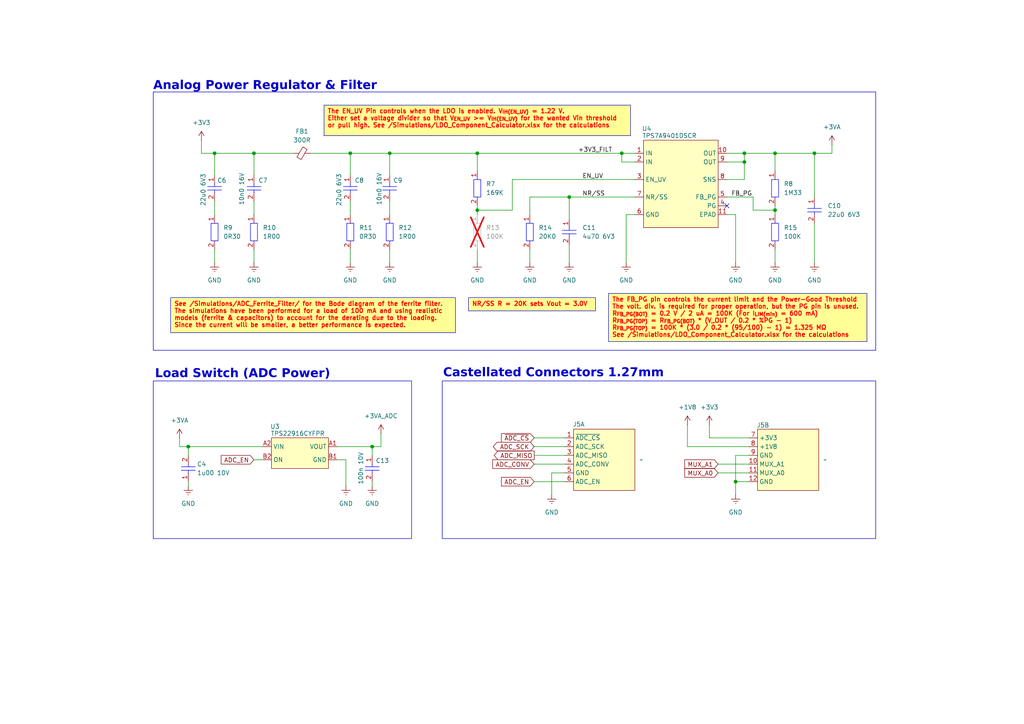
<source format=kicad_sch>
(kicad_sch (version 20231120) (generator "eeschema") (generator_version "8.0")
  (paper "A4")
  (title_block (title "[1] Power Regulation & Connectors") (rev "1.0") (company "Embedded Systems Laboratory - EPFL") (comment 1 "Author: José Angel Miranda Calero") (comment 2 "Author: Juan Sapriza") (comment 3 "Author: Alejandro López Rodriguez"))
  (lib_symbols
    (symbol "X-MODs_SchLib:ADC_Board_Castellated_Conn_1.27mm" (in_bom no)
      (property "Reference" "J" (at 0.508 1.778 0))
      (symbol "ADC_Board_Castellated_Conn_1.27mm_1_1"
        (rectangle (start 0 0) (end 17.78 -17.78) (stroke (width 0) (color 128 0 0 1)) (fill (type background)))
        (pin passive line (at -2.54 -2.54 0) (length 2.54) (name "~{ADC_CS}") (number "1"))
        (pin passive line (at -2.54 -5.08 0) (length 2.54) (name "ADC_SCK") (number "2"))
        (pin passive line (at -2.54 -7.62 0) (length 2.54) (name "ADC_MISO") (number "3"))
        (pin passive line (at -2.54 -10.16 0) (length 2.54) (name "ADC_CONV") (number "4"))
        (pin passive line (at -2.54 -12.7 0) (length 2.54) (name "GND") (number "5"))
        (pin passive line (at -2.54 -15.24 0) (length 2.54) (name "ADC_EN") (number "6"))
      )
      (symbol "ADC_Board_Castellated_Conn_1.27mm_2_1"
        (rectangle (start 0 0) (end 17.78 -17.78) (stroke (width 0) (color 128 0 0 1)) (fill (type background)))
        (pin passive line (at -2.54 -10.16 0) (length 2.54) (name "MUX_A1") (number "10"))
        (pin passive line (at -2.54 -12.7 0) (length 2.54) (name "MUX_A0") (number "11"))
        (pin passive line (at -2.54 -15.24 0) (length 2.54) (name "GND") (number "12"))
        (pin passive line (at -2.54 -2.54 0) (length 2.54) (name "+3V3") (number "7"))
        (pin passive line (at -2.54 -5.08 0) (length 2.54) (name "+1V8") (number "8"))
        (pin passive line (at -2.54 -7.62 0) (length 2.54) (name "GND") (number "9"))
      )
    )
    (symbol "X-MODs_SchLib:C0402C105K8PACTU"
      (property "Reference" "C" (at -4.064 5.588 0))
      (property "Value" "1u00 10V" (at -4.064 3.302 0))
      (symbol "C0402C105K8PACTU_1_1"
        (polyline (pts (xy -1.27 0) (xy -0.508 0)) (stroke (width 0) (color 0 0 255 1)))
        (polyline (pts (xy -0.508 2.032) (xy -0.508 -2.032)) (stroke (width 0) (color 0 0 255 1)))
        (polyline (pts (xy 0.508 2.032) (xy 0.508 -2.032)) (stroke (width 0) (color 0 0 255 1)))
        (polyline (pts (xy 1.27 0) (xy 0.508 0)) (stroke (width 0) (color 0 0 255 1)))
        (pin passive line (at -3.81 0 0) (length 2.54) (name "") (number "1"))
        (pin passive line (at 3.81 0 180) (length 2.54) (name "") (number "2"))
      )
    )
    (symbol "X-MODs_SchLib:CL05A226MQ5CUN"
      (property "Reference" "C" (at -4.064 5.588 0))
      (property "Value" "22u0 6V3" (at -4.064 3.302 0))
      (symbol "CL05A226MQ5CUN_1_1"
        (polyline (pts (xy -1.27 0) (xy -0.508 0)) (stroke (width 0) (color 0 0 255 1)))
        (polyline (pts (xy -0.508 2.032) (xy -0.508 -2.032)) (stroke (width 0) (color 0 0 255 1)))
        (polyline (pts (xy 0.508 2.032) (xy 0.508 -2.032)) (stroke (width 0) (color 0 0 255 1)))
        (polyline (pts (xy 1.27 0) (xy 0.508 0)) (stroke (width 0) (color 0 0 255 1)))
        (pin passive line (at -3.81 0 0) (length 2.54) (name "") (number "1"))
        (pin passive line (at 3.81 0 180) (length 2.54) (name "") (number "2"))
      )
    )
    (symbol "X-MODs_SchLib:CL05B103JO5NNWC "
      (property "Reference" "C" (at -4.064 5.588 0))
      (property "Value" "10n0 16V" (at -4.064 3.302 0))
      (symbol "CL05B103JO5NNWC _1_1"
        (polyline (pts (xy -1.27 0) (xy -0.508 0)) (stroke (width 0) (color 0 0 255 1)))
        (polyline (pts (xy -0.508 2.032) (xy -0.508 -2.032)) (stroke (width 0) (color 0 0 255 1)))
        (polyline (pts (xy 0.508 2.032) (xy 0.508 -2.032)) (stroke (width 0) (color 0 0 255 1)))
        (polyline (pts (xy 1.27 0) (xy 0.508 0)) (stroke (width 0) (color 0 0 255 1)))
        (pin passive line (at -3.81 0 0) (length 2.54) (name "") (number "1"))
        (pin passive line (at 3.81 0 180) (length 2.54) (name "") (number "2"))
      )
    )
    (symbol "X-MODs_SchLib:CRCW0402100KFKEDC"
      (property "Reference" "R" (at -4.064 5.588 0))
      (property "Value" "100K" (at -4.064 3.302 0))
      (symbol "CRCW0402100KFKEDC_0_1"
        (rectangle (start -2.54 1.016) (end 2.54 -1.016) (stroke (width 0) (color 0 0 255 1)))
      )
      (symbol "CRCW0402100KFKEDC_1_1"
        (pin passive line (at -5.08 0 0) (length 2.54) (name "") (number "1"))
        (pin passive line (at 5.08 0 180) (length 2.54) (name "") (number "2"))
      )
    )
    (symbol "X-MODs_SchLib:CRCW0402169KFKTD "
      (property "Reference" "R" (at -4.064 5.588 0))
      (property "Value" "169K" (at -4.064 3.302 0))
      (symbol "CRCW0402169KFKTD _0_1"
        (rectangle (start -2.54 1.016) (end 2.54 -1.016) (stroke (width 0) (color 0 0 255 1)))
      )
      (symbol "CRCW0402169KFKTD _1_1"
        (pin passive line (at -5.08 0 0) (length 2.54) (name "") (number "1"))
        (pin passive line (at 5.08 0 180) (length 2.54) (name "") (number "2"))
      )
    )
    (symbol "X-MODs_SchLib:CRCW04021M33FKED "
      (property "Reference" "R" (at -4.064 5.588 0))
      (property "Value" "1M33" (at -4.064 3.302 0))
      (symbol "CRCW04021M33FKED _0_1"
        (rectangle (start -2.54 1.016) (end 2.54 -1.016) (stroke (width 0) (color 0 0 255 1)))
      )
      (symbol "CRCW04021M33FKED _1_1"
        (pin passive line (at -5.08 0 0) (length 2.54) (name "") (number "1"))
        (pin passive line (at 5.08 0 180) (length 2.54) (name "") (number "2"))
      )
    )
    (symbol "X-MODs_SchLib:CRCW04021R00FKEDHP"
      (property "Reference" "R" (at -4.064 5.588 0))
      (property "Value" "1R00" (at -4.064 3.302 0))
      (symbol "CRCW04021R00FKEDHP_0_1"
        (rectangle (start -2.54 1.016) (end 2.54 -1.016) (stroke (width 0) (color 0 0 255 1)))
      )
      (symbol "CRCW04021R00FKEDHP_1_1"
        (pin passive line (at -5.08 0 0) (length 2.54) (name "") (number "1"))
        (pin passive line (at 5.08 0 180) (length 2.54) (name "") (number "2"))
      )
    )
    (symbol "X-MODs_SchLib:CRCW040220K0FKED"
      (property "Reference" "R" (at -4.064 5.588 0))
      (property "Value" "20K0" (at -4.064 3.302 0))
      (symbol "CRCW040220K0FKED_0_1"
        (rectangle (start -2.54 1.016) (end 2.54 -1.016) (stroke (width 0) (color 0 0 255 1)))
      )
      (symbol "CRCW040220K0FKED_1_1"
        (pin passive line (at -5.08 0 0) (length 2.54) (name "") (number "1"))
        (pin passive line (at 5.08 0 180) (length 2.54) (name "") (number "2"))
      )
    )
    (symbol "X-MODs_SchLib:ERJ-2BQJR30X"
      (property "Reference" "R" (at -4.064 5.588 0))
      (property "Value" "0R30" (at -4.064 3.302 0))
      (symbol "ERJ-2BQJR30X_0_1"
        (rectangle (start -2.54 1.016) (end 2.54 -1.016) (stroke (width 0) (color 0 0 255 1)))
      )
      (symbol "ERJ-2BQJR30X_1_1"
        (pin passive line (at -5.08 0 0) (length 2.54) (name "") (number "1"))
        (pin passive line (at 5.08 0 180) (length 2.54) (name "") (number "2"))
      )
    )
    (symbol "X-MODs_SchLib:GRM155R71A104JA01D"
      (property "Reference" "C" (at -4.826 5.588 0))
      (property "Value" "100n 10V" (at -4.826 3.302 0))
      (symbol "GRM155R71A104JA01D_1_1"
        (polyline (pts (xy -1.27 0) (xy -0.508 0)) (stroke (width 0) (color 0 0 255 1)))
        (polyline (pts (xy -0.508 2.032) (xy -0.508 -2.032)) (stroke (width 0) (color 0 0 255 1)))
        (polyline (pts (xy 0.508 2.032) (xy 0.508 -2.032)) (stroke (width 0) (color 0 0 255 1)))
        (polyline (pts (xy 1.27 0) (xy 0.508 0)) (stroke (width 0) (color 0 0 255 1)))
        (pin passive line (at -3.81 0 0) (length 2.54) (name "") (number "1"))
        (pin passive line (at 3.81 0 180) (length 2.54) (name "") (number "2"))
      )
    )
    (symbol "X-MODs_SchLib:LI0402B301R-10" (pin_numbers hide) (pin_names (offset 0))
      (property "Reference" "FB" (at -0.254 5.461 0))
      (property "Value" "300R" (at -0.254 2.921 0))
      (symbol "LI0402B301R-10_0_1"
        (polyline (pts (xy 1.651 0) (xy 1.2446 0)))
        (polyline (pts (xy 3.81 0) (xy 3.3274 0)))
        (polyline (pts (xy 2.2606 -1.8288) (xy 1.0414 -1.1176) (xy 2.7432 1.8288) (xy 3.9624 1.1176) (xy 2.2606 -1.8288)))
      )
      (symbol "LI0402B301R-10_1_1"
        (pin passive line (at 0 0 0) (length 1.27) (name "~") (number "1"))
        (pin passive line (at 5.08 0 180) (length 1.27) (name "~") (number "2"))
      )
    )
    (symbol "X-MODs_SchLib:MSASJ105BB5475MFNA01"
      (property "Reference" "C" (at -4.064 5.588 0))
      (property "Value" "4u70 6V3" (at -4.064 3.302 0))
      (symbol "MSASJ105BB5475MFNA01_1_1"
        (polyline (pts (xy -1.27 0) (xy -0.508 0)) (stroke (width 0) (color 0 0 255 1)))
        (polyline (pts (xy -0.508 2.032) (xy -0.508 -2.032)) (stroke (width 0) (color 0 0 255 1)))
        (polyline (pts (xy 0.508 2.032) (xy 0.508 -2.032)) (stroke (width 0) (color 0 0 255 1)))
        (polyline (pts (xy 1.27 0) (xy 0.508 0)) (stroke (width 0) (color 0 0 255 1)))
        (pin passive line (at -3.81 0 0) (length 2.54) (name "") (number "1"))
        (pin passive line (at 3.81 0 180) (length 2.54) (name "") (number "2"))
      )
    )
    (symbol "X-MODs_SchLib:TPS22916CYFPR"
      (property "Reference" "U" (at -0.254 2.794 0))
      (property "Value" "TPS22916CYFPR" (at -0.254 1.016 0))
      (symbol "TPS22916CYFPR_0_1"
        (rectangle (start 0 0) (end 16.51 -8.89) (stroke (width 0) (color 128 0 0 1)) (fill (type background)))
      )
      (symbol "TPS22916CYFPR_1_1"
        (pin passive line (at 19.05 -2.54 180) (length 2.54) (name "VOUT") (number "A1"))
        (pin passive line (at -2.54 -2.54 0) (length 2.54) (name "VIN") (number "A2"))
        (pin passive line (at 19.05 -6.35 180) (length 2.54) (name "GND") (number "B1"))
        (pin passive line (at -2.54 -6.35 0) (length 2.54) (name "ON") (number "B2"))
      )
    )
    (symbol "X-MODs_SchLib:TPS7A9401DSCR"
      (property "Reference" "U" (at -0.254 2.794 0))
      (property "Value" "TPS7A9401DSCR " (at -0.254 1.016 0))
      (symbol "TPS7A9401DSCR_0_1"
        (rectangle (start 0 0) (end 21.59 -25.4) (stroke (width 0) (color 128 0 0 1)) (fill (type background)))
      )
      (symbol "TPS7A9401DSCR_1_1"
        (pin passive line (at -2.54 -3.81 0) (length 2.54) (name "IN") (number "1"))
        (pin passive line (at 24.13 -3.81 180) (length 2.54) (name "OUT") (number "10"))
        (pin passive line (at 24.13 -21.59 180) (length 2.54) (name "EPAD") (number "11"))
        (pin passive line (at -2.54 -6.35 0) (length 2.54) (name "IN") (number "2"))
        (pin passive line (at -2.54 -11.43 0) (length 2.54) (name "EN_UV") (number "3"))
        (pin passive line (at 24.13 -19.05 180) (length 2.54) (name "PG") (number "4"))
        (pin passive line (at 24.13 -16.51 180) (length 2.54) (name "FB_PG") (number "5"))
        (pin passive line (at -2.54 -21.59 0) (length 2.54) (name "GND") (number "6"))
        (pin passive line (at -2.54 -16.51 0) (length 2.54) (name "NR/SS") (number "7"))
        (pin passive line (at 24.13 -11.43 180) (length 2.54) (name "SNS") (number "8"))
        (pin passive line (at 24.13 -6.35 180) (length 2.54) (name "OUT") (number "9"))
      )
    )
    (symbol "power:+3.3VA" (power) (pin_numbers hide) (pin_names (offset 0) hide)
      (property "Value" "+3.3VA" (at 0 3.556 0))
      (symbol "+3.3VA_0_1"
        (polyline (pts (xy -0.762 1.27) (xy 0 2.54)))
        (polyline (pts (xy 0 0) (xy 0 2.54)))
        (polyline (pts (xy 0 2.54) (xy 0.762 1.27)))
      )
      (symbol "+3.3VA_1_1"
        (pin power_in line (at 0 0 90) (length 0) (name "~") (number "1"))
      )
    )
    (symbol "power:Earth" (power) (pin_numbers hide) (pin_names (offset 0) hide)
      (property "Value" "Earth" (at 0 -3.81 0))
      (symbol "Earth_0_1"
        (polyline (pts (xy -0.635 -1.905) (xy 0.635 -1.905)))
        (polyline (pts (xy -0.127 -2.54) (xy 0.127 -2.54)))
        (polyline (pts (xy 0 -1.27) (xy 0 0)))
        (polyline (pts (xy 1.27 -1.27) (xy -1.27 -1.27)))
      )
      (symbol "Earth_1_1"
        (pin power_in line (at 0 0 270) (length 0) (name "~") (number "1"))
      )
    )
  )
  (junction (at 107.95 129.54))
  (junction (at 54.61 129.54))
  (junction (at 113.03 44.45))
  (junction (at 165.1 57.15))
  (junction (at 101.6 44.45))
  (junction (at 73.66 44.45))
  (junction (at 138.43 60.96))
  (junction (at 224.79 44.45))
  (junction (at 215.9 46.99))
  (junction (at 213.36 139.7))
  (junction (at 236.22 44.45))
  (junction (at 215.9 44.45))
  (junction (at 138.43 44.45))
  (junction (at 62.23 44.45))
  (junction (at 224.79 60.96))
  (junction (at 180.34 44.45))
  (no_connect (at 210.82 59.69))
  (wire (pts (xy 213.36 139.7) (xy 213.36 143.51)))
  (wire (pts (xy 210.82 44.45) (xy 215.9 44.45)))
  (wire (pts (xy 184.15 46.99) (xy 180.34 46.99)))
  (wire (pts (xy 199.39 123.19) (xy 199.39 129.54)))
  (wire (pts (xy 54.61 129.54) (xy 54.61 132.08)))
  (wire (pts (xy 58.42 40.64) (xy 58.42 44.45)))
  (wire (pts (xy 217.17 127) (xy 205.74 127)))
  (wire (pts (xy 181.61 62.23) (xy 184.15 62.23)))
  (wire (pts (xy 100.33 140.97) (xy 100.33 133.35)))
  (wire (pts (xy 210.82 62.23) (xy 213.36 62.23)))
  (wire (pts (xy 218.44 57.15) (xy 218.44 60.96)))
  (wire (pts (xy 153.67 62.23) (xy 153.67 57.15)))
  (wire (pts (xy 210.82 52.07) (xy 215.9 52.07)))
  (wire (pts (xy 180.34 46.99) (xy 180.34 44.45)))
  (wire (pts (xy 210.82 57.15) (xy 218.44 57.15)))
  (wire (pts (xy 215.9 52.07) (xy 215.9 46.99)))
  (wire (pts (xy 224.79 44.45) (xy 236.22 44.45)))
  (wire (pts (xy 62.23 72.39) (xy 62.23 76.2)))
  (wire (pts (xy 217.17 129.54) (xy 199.39 129.54)))
  (wire (pts (xy 52.07 127) (xy 52.07 129.54)))
  (wire (pts (xy 153.67 72.39) (xy 153.67 76.2)))
  (wire (pts (xy 73.66 72.39) (xy 73.66 76.2)))
  (wire (pts (xy 148.59 52.07) (xy 184.15 52.07)))
  (wire (pts (xy 148.59 60.96) (xy 138.43 60.96)))
  (wire (pts (xy 218.44 60.96) (xy 224.79 60.96)))
  (wire (pts (xy 110.49 125.73) (xy 110.49 129.54)))
  (wire (pts (xy 160.02 143.51) (xy 160.02 137.16)))
  (wire (pts (xy 154.94 129.54) (xy 163.83 129.54)))
  (wire (pts (xy 113.03 72.39) (xy 113.03 76.2)))
  (wire (pts (xy 107.95 129.54) (xy 97.79 129.54)))
  (wire (pts (xy 213.36 132.08) (xy 213.36 139.7)))
  (wire (pts (xy 165.1 71.12) (xy 165.1 76.2)))
  (wire (pts (xy 215.9 44.45) (xy 224.79 44.45)))
  (wire (pts (xy 208.28 134.62) (xy 217.17 134.62)))
  (wire (pts (xy 215.9 44.45) (xy 215.9 46.99)))
  (wire (pts (xy 138.43 44.45) (xy 180.34 44.45)))
  (wire (pts (xy 224.79 49.53) (xy 224.79 44.45)))
  (wire (pts (xy 107.95 129.54) (xy 107.95 132.08)))
  (wire (pts (xy 241.3 41.91) (xy 241.3 44.45)))
  (wire (pts (xy 101.6 44.45) (xy 113.03 44.45)))
  (wire (pts (xy 138.43 60.96) (xy 138.43 62.23)))
  (wire (pts (xy 138.43 49.53) (xy 138.43 44.45)))
  (wire (pts (xy 113.03 44.45) (xy 113.03 50.8)))
  (wire (pts (xy 138.43 72.39) (xy 138.43 76.2)))
  (wire (pts (xy 138.43 59.69) (xy 138.43 60.96)))
  (wire (pts (xy 107.95 139.7) (xy 107.95 140.97)))
  (wire (pts (xy 113.03 58.42) (xy 113.03 62.23)))
  (wire (pts (xy 73.66 133.35) (xy 76.2 133.35)))
  (wire (pts (xy 73.66 58.42) (xy 73.66 62.23)))
  (wire (pts (xy 213.36 62.23) (xy 213.36 76.2)))
  (wire (pts (xy 101.6 58.42) (xy 101.6 62.23)))
  (wire (pts (xy 236.22 76.2) (xy 236.22 64.77)))
  (wire (pts (xy 184.15 44.45) (xy 180.34 44.45)))
  (wire (pts (xy 73.66 44.45) (xy 85.09 44.45)))
  (wire (pts (xy 113.03 44.45) (xy 138.43 44.45)))
  (wire (pts (xy 224.79 60.96) (xy 224.79 62.23)))
  (wire (pts (xy 215.9 46.99) (xy 210.82 46.99)))
  (wire (pts (xy 205.74 127) (xy 205.74 123.19)))
  (wire (pts (xy 73.66 44.45) (xy 62.23 44.45)))
  (wire (pts (xy 208.28 137.16) (xy 217.17 137.16)))
  (wire (pts (xy 241.3 44.45) (xy 236.22 44.45)))
  (wire (pts (xy 154.94 132.08) (xy 163.83 132.08)))
  (wire (pts (xy 224.79 59.69) (xy 224.79 60.96)))
  (wire (pts (xy 62.23 44.45) (xy 62.23 50.8)))
  (wire (pts (xy 73.66 44.45) (xy 73.66 50.8)))
  (wire (pts (xy 110.49 129.54) (xy 107.95 129.54)))
  (wire (pts (xy 165.1 57.15) (xy 165.1 63.5)))
  (wire (pts (xy 154.94 127) (xy 163.83 127)))
  (wire (pts (xy 101.6 44.45) (xy 101.6 50.8)))
  (wire (pts (xy 224.79 72.39) (xy 224.79 76.2)))
  (wire (pts (xy 154.94 134.62) (xy 163.83 134.62)))
  (wire (pts (xy 217.17 132.08) (xy 213.36 132.08)))
  (wire (pts (xy 62.23 58.42) (xy 62.23 62.23)))
  (wire (pts (xy 153.67 57.15) (xy 165.1 57.15)))
  (wire (pts (xy 100.33 133.35) (xy 97.79 133.35)))
  (wire (pts (xy 54.61 129.54) (xy 76.2 129.54)))
  (wire (pts (xy 52.07 129.54) (xy 54.61 129.54)))
  (wire (pts (xy 181.61 62.23) (xy 181.61 76.2)))
  (wire (pts (xy 62.23 44.45) (xy 58.42 44.45)))
  (wire (pts (xy 213.36 139.7) (xy 217.17 139.7)))
  (wire (pts (xy 148.59 52.07) (xy 148.59 60.96)))
  (wire (pts (xy 54.61 139.7) (xy 54.61 140.97)))
  (wire (pts (xy 154.94 139.7) (xy 163.83 139.7)))
  (wire (pts (xy 236.22 57.15) (xy 236.22 44.45)))
  (wire (pts (xy 165.1 57.15) (xy 184.15 57.15)))
  (wire (pts (xy 90.17 44.45) (xy 101.6 44.45)))
  (wire (pts (xy 160.02 137.16) (xy 163.83 137.16)))
  (wire (pts (xy 101.6 72.39) (xy 101.6 76.2)))
  (rectangle (start 44.45 26.67) (end 254 101.6))
  (rectangle (start 128.27 110.49) (end 254 156.21))
  (rectangle (start 44.45 110.49) (end 119.38 156.21))
  (text_box "The FB_PG pin controls the current limit and the Power-Good Threshold\nThe volt. div. is required for proper operation, but the PG pin is unused.\nR_{FB_PG(BOT)} = 0.2 V / 2 uA = 100K (For I_{LIM(min)} = 600 mA) \nR_{FB_PG(TOP)} = R_{FB_PG(BOT)} * (V_OUT / 0.2 * %PG - 1) \nR_{FB_PG(TOP)} = 100K * (3.0 / 0.2 * (95/100) - 1) = 1.325 MΩ\nSee /Simulations/LDO_Component_Calculator.xlsx for the calculations " (at 176.53 85.09 0) (size 74.93 13.97) (fill (type color) (color 255 255 150 1)) (effects (font (size 1.27 1.27) (thickness 0.254) (bold yes)) (justify left top)))
  (text_box "The EN_UV Pin controls when the LDO is enabled. V_{IH(EN_UV)} = 1.22 V.\nEither set a voltage divider so that V_{EN_UV} >= V_{IH(EN_UV)} for the wanted Vin threshold\nor pull high. See /Simulations/LDO_Component_Calculator.xlsx for the calculations" (at 93.98 30.48 0) (size 88.9 8.89) (fill (type color) (color 255 255 150 1)) (effects (font (size 1.27 1.27) (thickness 0.254) (bold yes)) (justify left top)))
  (text_box "NR/SS R = 20K sets Vout = 3.0V" (at 135.89 86.36 0) (size 36.83 3.81) (fill (type color) (color 255 255 150 1)) (effects (font (size 1.27 1.27) (thickness 0.254) (bold yes)) (justify left top)))
  (text_box "See /Simulations/ADC_Ferrite_Filter/ for the Bode diagram of the ferrite filter. \nThe simulations have been performed for a load of 100 mA and using realistic \nmodels (ferrite & capacitors) to account for the derating due to the loading. \nSince the current will be smaller, a better performance is expected." (at 49.53 86.36 0) (size 82.55 10.16) (fill (type color) (color 255 255 150 1)) (effects (font (size 1.27 1.27) (thickness 0.254) (bold yes)) (justify left top)))
  (text "Load Switch (ADC Power)" (at 44.958 109.22 0) (effects (font (size 2.54 2.54) (thickness 0.254) (bold yes) (italic yes)) (justify left)))
  (text "Analog Power Regulator & Filter" (at 44.45 25.654 0) (effects (font (size 2.54 2.54) (thickness 0.254) (bold yes) (italic yes)) (justify left)))
  (text "Castellated Connectors 1.27mm" (at 128.524 108.966 0) (effects (font (size 2.54 2.54) (thickness 0.254) (bold yes) (italic yes)) (justify left)))
  (label "+3V3_FILT" (at 167.64 44.45 0))
  (label "NR{slash}SS" (at 168.91 57.15 0))
  (label "FB_PG" (at 212.09 57.15 0))
  (label "EN_UV" (at 168.91 52.07 0))
  (global_label "ADC_SCK" (shape bidirectional) (at 154.94 129.54 180) (property "Intersheetrefs" "${INTERSHEET_REFS}" (effects (hide yes))))
  (global_label "~{ADC_CS}" (shape input) (at 154.94 127 180) (property "Intersheetrefs" "${INTERSHEET_REFS}" (effects (hide yes))))
  (global_label "ADC_EN" (shape input) (at 154.94 139.7 180) (property "Intersheetrefs" "${INTERSHEET_REFS}" (effects (hide yes))))
  (global_label "MUX_A0" (shape input) (at 208.28 137.16 180) (property "Intersheetrefs" "${INTERSHEET_REFS}" (effects (hide yes))))
  (global_label "MUX_A1" (shape input) (at 208.28 134.62 180) (property "Intersheetrefs" "${INTERSHEET_REFS}" (effects (hide yes))))
  (global_label "ADC_EN" (shape input) (at 73.66 133.35 180) (property "Intersheetrefs" "${INTERSHEET_REFS}" (effects (hide yes))))
  (global_label "ADC_MISO" (shape output) (at 154.94 132.08 180) (property "Intersheetrefs" "${INTERSHEET_REFS}" (effects (hide yes))))
  (global_label "ADC_CONV" (shape input) (at 154.94 134.62 180) (property "Intersheetrefs" "${INTERSHEET_REFS}" (effects (hide yes))))
  (symbol (lib_id "power:Earth") (at 165.1 76.2 0) (unit 1)
    (property "Reference" "#PWR026" (effects (hide yes)))
    (property "Value" "GND" (at 165.1 81.28 0))
    (property "Description" "Power symbol creates a global label with name \"Earth\"" (effects (hide yes)))
  )
  (symbol (lib_id "X-MODs_SchLib:TPS22916CYFPR") (at 78.74 127 0) (unit 1)
    (property "Reference" "U3" (at 79.756 123.698 0))
    (property "Value" "TPS22916CYFPR" (at 86.36 125.73 0))
    (property "Footprint" "X-MODs_PcbLib:DSBGA-4_0.74x0.74mm" (effects (hide yes)))
    (property "Datasheet" "https://www.ti.com/lit/gpn/tps22916" (effects (hide yes)))
    (property "Description" "Power Switch ICs - Power Distribution 5.5-V, 2-A, 60-mohm, 10-nA leakage load switch with output discharge 4-DSBGA -40 to 85" (effects (hide yes)))
    (property "MPN" "TPS22916CYFPR" (effects (hide yes)))
  )
  (symbol (lib_id "X-MODs_SchLib:GRM155R71A104JA01D") (at 107.95 135.89 270) (unit 1)
    (property "Reference" "C13" (at 108.966 133.604 90) (effects (justify left)))
    (property "Value" "100n 10V" (at 104.648 131.064 0) (effects (justify left)))
    (property "Footprint" "X-MODs_PcbLib:C0402" (effects (hide yes)))
    (property "Datasheet" "https://www.mouser.es/datasheet/2/281/1/GRM155R71A104JA01_01A-1984196.pdf" (effects (hide yes)))
    (property "Description" "Multilayer Ceramic Capacitors MLCC - SMD/SMT 0.1 uF 10 VDC 5% 0402 X7R" (effects (hide yes)))
    (property "MPN" "GRM155R71A104JA01D" (effects (hide yes)))
  )
  (symbol (lib_id "X-MODs_SchLib:CL05A226MQ5CUN") (at 236.22 60.96 270) (unit 1)
    (property "Reference" "C10" (at 240.03 59.6899 90) (effects (justify left)))
    (property "Value" "22u0 6V3" (at 240.03 62.2299 90) (effects (justify left)))
    (property "Footprint" "X-MODs_PcbLib:C0402" (effects (hide yes)))
    (property "Datasheet" "https://www.mouser.es/datasheet/2/585/Samsung_7_14_2022_CL05A226MQ5QUN_Specsheet-3000115.pdf" (effects (hide yes)))
    (property "Description" "Multilayer Ceramic Capacitors MLCC - SMD/SMT 0402, X5R, 22uF, +/-20%" (effects (hide yes)))
    (property "MPN" "CL05A226MQ5CUN" (effects (hide yes)))
  )
  (symbol (lib_id "power:Earth") (at 138.43 76.2 0) (unit 1)
    (property "Reference" "#PWR024" (effects (hide yes)))
    (property "Value" "GND" (at 138.43 81.28 0))
    (property "Description" "Power symbol creates a global label with name \"Earth\"" (effects (hide yes)))
  )
  (symbol (lib_id "X-MODs_SchLib:MSASJ105BB5475MFNA01") (at 165.1 67.31 270) (unit 1)
    (property "Reference" "C11" (at 168.91 66.0399 90) (effects (justify left)))
    (property "Value" "4u70 6V3" (at 168.91 68.5799 90) (effects (justify left)))
    (property "Footprint" "X-MODs_PcbLib:C0402" (effects (hide yes)))
    (property "Datasheet" "https://www.mouser.es/datasheet/2/396/Tayio_Yuden_1102023_MS_mlcc_all_e-3081579.pdf" (effects (hide yes)))
    (property "Description" "Multilayer Ceramic Capacitors MLCC - SMD/SMT 6.3V 4.7uF X5R 0402 20%" (effects (hide yes)))
    (property "MPN" "MSASJ105BB5475MFNA01" (effects (hide yes)))
  )
  (symbol (lib_id "X-MODs_SchLib:CL05A226MQ5CUN") (at 101.6 54.61 270) (unit 1)
    (property "Reference" "C8" (at 102.87 52.324 90) (effects (justify left)))
    (property "Value" "22u0 6V3" (at 98.298 50.292 0) (effects (justify left)))
    (property "Footprint" "X-MODs_PcbLib:C0402" (effects (hide yes)))
    (property "Datasheet" "https://www.mouser.es/datasheet/2/585/Samsung_7_14_2022_CL05A226MQ5QUN_Specsheet-3000115.pdf" (effects (hide yes)))
    (property "Description" "Multilayer Ceramic Capacitors MLCC - SMD/SMT 0402, X5R, 22uF, +/-20%" (effects (hide yes)))
    (property "MPN" "CL05A226MQ5CUN" (effects (hide yes)))
  )
  (symbol (lib_id "X-MODs_SchLib:TPS7A9401DSCR") (at 186.69 40.64 0) (unit 1)
    (property "Reference" "U4" (at 187.579 37.338 0))
    (property "Value" "TPS7A9401DSCR" (at 194.183 39.37 0))
    (property "Footprint" "X-MODs_PcbLib:WSON-10-3.15x3.15mm" (effects (hide yes)))
    (property "Datasheet" "https://www.ti.com/lit/gpn/tps7a94" (effects (hide yes)))
    (property "Description" "LDO Voltage Regulators 1-A, ultra-low noise, ultra-high PSRR, RF voltage regulator 10-WSON -40 to 125" (effects (hide yes)))
    (property "MPN" "TPS7A9401DSCR" (effects (hide yes)))
  )
  (symbol (lib_id "X-MODs_SchLib:CRCW04021R00FKEDHP") (at 113.03 67.31 270) (unit 1)
    (property "Reference" "R12" (at 115.57 66.0399 90) (effects (justify left)))
    (property "Value" "1R00" (at 115.57 68.5799 90) (effects (justify left)))
    (property "Footprint" "X-MODs_PcbLib:R0402" (effects (hide yes)))
    (property "Datasheet" "https://www.vishay.com/doc?20043" (effects (hide yes)))
    (property "Description" "Thick Film Resistors 0.2W 1ohms 1% High Power AEC-Q200" (effects (hide yes)))
    (property "MPN" " CRCW04021R00FKEDHP " (effects (hide yes)))
  )
  (symbol (lib_id "X-MODs_SchLib:CRCW04021R00FKEDHP") (at 73.66 67.31 270) (unit 1)
    (property "Reference" "R10" (at 76.2 66.0399 90) (effects (justify left)))
    (property "Value" "1R00" (at 76.2 68.5799 90) (effects (justify left)))
    (property "Footprint" "X-MODs_PcbLib:R0402" (effects (hide yes)))
    (property "Datasheet" "https://www.vishay.com/doc?20043" (effects (hide yes)))
    (property "Description" "Thick Film Resistors 0.2W 1ohms 1% High Power AEC-Q200" (effects (hide yes)))
    (property "MPN" " CRCW04021R00FKEDHP " (effects (hide yes)))
  )
  (symbol (lib_id "X-MODs_SchLib:CL05A226MQ5CUN") (at 62.23 54.61 270) (unit 1)
    (property "Reference" "C6" (at 62.992 52.324 90) (effects (justify left)))
    (property "Value" "22u0 6V3" (at 58.928 50.292 0) (effects (justify left)))
    (property "Footprint" "X-MODs_PcbLib:C0402" (effects (hide yes)))
    (property "Datasheet" "https://www.mouser.es/datasheet/2/585/Samsung_7_14_2022_CL05A226MQ5QUN_Specsheet-3000115.pdf" (effects (hide yes)))
    (property "Description" "Multilayer Ceramic Capacitors MLCC - SMD/SMT 0402, X5R, 22uF, +/-20%" (effects (hide yes)))
    (property "MPN" "CL05A226MQ5CUN" (effects (hide yes)))
  )
  (symbol (lib_id "X-MODs_SchLib:ADC_Board_Castellated_Conn_1.27mm") (at 219.71 124.46 0) (unit 2) (in_bom no)
    (property "Reference" "J5" (at 219.456 123.3169 0) (effects (justify left)))
    (property "Value" "~" (at 238.76 133.35 0) (effects (justify left)))
    (property "Footprint" "X-MODs_PcbLib:ADC_Board_Castellated_Conn_1.27mm" (effects (hide yes)))
    (property "Description" "ADC_Board_Castellated_Conn_1.27mm" (effects (hide yes)))
  )
  (symbol (lib_id "power:Earth") (at 100.33 140.97 0) (unit 1)
    (property "Reference" "#PWR011" (effects (hide yes)))
    (property "Value" "GND" (at 100.33 146.05 0))
    (property "Description" "Power symbol creates a global label with name \"Earth\"" (effects (hide yes)))
  )
  (symbol (lib_id "power:Earth") (at 213.36 76.2 0) (unit 1)
    (property "Reference" "#PWR019" (effects (hide yes)))
    (property "Value" "GND" (at 213.36 81.28 0))
    (property "Description" "Power symbol creates a global label with name \"Earth\"" (effects (hide yes)))
  )
  (symbol (lib_id "power:Earth") (at 181.61 76.2 0) (unit 1)
    (property "Reference" "#PWR027" (effects (hide yes)))
    (property "Value" "GND" (at 181.61 81.28 0))
    (property "Description" "Power symbol creates a global label with name \"Earth\"" (effects (hide yes)))
  )
  (symbol (lib_id "power:Earth") (at 213.36 143.51 0) (unit 1)
    (property "Reference" "#PWR013" (effects (hide yes)))
    (property "Value" "GND" (at 213.36 148.59 0))
    (property "Description" "Power symbol creates a global label with name \"Earth\"" (effects (hide yes)))
  )
  (symbol (lib_id "power:+3.3VA") (at 199.39 123.19 0) (unit 1)
    (property "Reference" "#PWR06" (effects (hide yes)))
    (property "Value" "+1V8" (at 199.39 118.11 0))
    (property "Description" "Power symbol creates a global label with name \"+3.3VA\"" (effects (hide yes)))
  )
  (symbol (lib_id "power:Earth") (at 73.66 76.2 0) (unit 1)
    (property "Reference" "#PWR021" (effects (hide yes)))
    (property "Value" "GND" (at 73.66 81.28 0))
    (property "Description" "Power symbol creates a global label with name \"Earth\"" (effects (hide yes)))
  )
  (symbol (lib_id "power:Earth") (at 62.23 76.2 0) (unit 1)
    (property "Reference" "#PWR020" (effects (hide yes)))
    (property "Value" "GND" (at 62.23 81.28 0))
    (property "Description" "Power symbol creates a global label with name \"Earth\"" (effects (hide yes)))
  )
  (symbol (lib_id "X-MODs_SchLib:CL05B103JO5NNWC ") (at 73.66 54.61 270) (unit 1)
    (property "Reference" "C7" (at 74.93 52.324 90) (effects (justify left)))
    (property "Value" "10n0 16V" (at 70.104 50.038 0) (effects (justify left)))
    (property "Footprint" "X-MODs_PcbLib:C0402" (effects (hide yes)))
    (property "Datasheet" "https://www.mouser.es/datasheet/2/585/Samsung_MLCC_1837944-1929650.pdf" (effects (hide yes)))
    (property "Description" "Multilayer Ceramic Capacitors MLCC - SMD/SMT 10nX7R +/-5% 16v 040 0402" (effects (hide yes)))
    (property "MPN" "CL05B103JO5NNWC " (effects (hide yes)))
  )
  (symbol (lib_id "X-MODs_SchLib:C0402C105K8PACTU") (at 54.61 135.89 90) (unit 1)
    (property "Reference" "C4" (at 57.15 134.62 90) (effects (justify right)))
    (property "Value" "1u00 10V" (at 57.15 137.16 90) (effects (justify right)))
    (property "Footprint" "X-MODs_PcbLib:C0402" (effects (hide yes)))
    (property "Datasheet" "https://www.mouser.es/datasheet/2/447/KEM_C1006_X5R_SMD-3316465.pdf" (effects (hide yes)))
    (property "Description" "Multilayer Ceramic Capacitors MLCC - SMD/SMT 10V 1uF X5R 0402 10%" (effects (hide yes)))
    (property "MPN" "C0402C105K8PACTU" (effects (hide yes)))
  )
  (symbol (lib_id "X-MODs_SchLib:ERJ-2BQJR30X") (at 101.6 67.31 270) (unit 1)
    (property "Reference" "R11" (at 104.14 66.0399 90) (effects (justify left)))
    (property "Value" "0R30" (at 104.14 68.5799 90) (effects (justify left)))
    (property "Footprint" "X-MODs_PcbLib:R0402" (effects (hide yes)))
    (property "Datasheet" "https://www.mouser.es/datasheet/2/315/AOA0000C313-1141758.pdf" (effects (hide yes)))
    (property "Description" "Current Sense Resistors - SMD 0402 0.3ohm 5% Curr Sense AEC-Q200" (effects (hide yes)))
    (property "MPN" " ERJ-2BQJR30X " (effects (hide yes)))
  )
  (symbol (lib_id "power:+3.3VA") (at 52.07 127 0) (unit 1)
    (property "Reference" "#PWR08" (effects (hide yes)))
    (property "Value" "+3VA" (at 52.07 121.92 0))
    (property "Description" "Power symbol creates a global label with name \"+3.3VA\"" (effects (hide yes)))
  )
  (symbol (lib_id "X-MODs_SchLib:CRCW0402100KFKEDC") (at 224.79 67.31 270) (unit 1)
    (property "Reference" "R15" (at 227.33 66.0399 90) (effects (justify left)))
    (property "Value" "100K" (at 227.33 68.5799 90) (effects (justify left)))
    (property "Footprint" "X-MODs_PcbLib:R0402" (effects (hide yes)))
    (property "Datasheet" "https://www.vishay.com/doc?28773" (effects (hide yes)))
    (property "Description" "Thick Film Resistors - SMD 1/16watt 100Kohms 1% Commercial Use" (effects (hide yes)))
    (property "MPN" "CRCW0402100KFKEDC" (effects (hide yes)))
  )
  (symbol (lib_id "power:Earth") (at 54.61 140.97 0) (unit 1)
    (property "Reference" "#PWR010" (effects (hide yes)))
    (property "Value" "GND" (at 54.61 146.05 0))
    (property "Description" "Power symbol creates a global label with name \"Earth\"" (effects (hide yes)))
  )
  (symbol (lib_id "power:Earth") (at 236.22 76.2 0) (unit 1)
    (property "Reference" "#PWR029" (effects (hide yes)))
    (property "Value" "GND" (at 236.22 81.28 0))
    (property "Description" "Power symbol creates a global label with name \"Earth\"" (effects (hide yes)))
  )
  (symbol (lib_id "power:Earth") (at 101.6 76.2 0) (unit 1)
    (property "Reference" "#PWR022" (effects (hide yes)))
    (property "Value" "GND" (at 101.6 81.28 0))
    (property "Description" "Power symbol creates a global label with name \"Earth\"" (effects (hide yes)))
  )
  (symbol (lib_id "power:+3.3VA") (at 205.74 123.19 0) (unit 1)
    (property "Reference" "#PWR07" (effects (hide yes)))
    (property "Value" "+3V3" (at 205.74 118.11 0))
    (property "Description" "Power symbol creates a global label with name \"+3.3VA\"" (effects (hide yes)))
  )
  (symbol (lib_id "X-MODs_SchLib:CRCW040220K0FKED") (at 153.67 67.31 270) (unit 1)
    (property "Reference" "R14" (at 156.21 66.0399 90) (effects (justify left)))
    (property "Value" "20K0" (at 156.21 68.5799 90) (effects (justify left)))
    (property "Footprint" "X-MODs_PcbLib:R0402" (effects (hide yes)))
    (property "Datasheet" "https://www.vishay.com/docs/20035/dcrcwe3.pdf" (effects (hide yes)))
    (property "Description" "Thick Film Resistors 1/16watt 20Kohms 1%" (effects (hide yes)))
    (property "MPN" "CRCW040220K0FKED" (effects (hide yes)))
  )
  (symbol (lib_id "X-MODs_SchLib:ERJ-2BQJR30X") (at 62.23 67.31 270) (unit 1)
    (property "Reference" "R9" (at 64.77 66.0399 90) (effects (justify left)))
    (property "Value" "0R30" (at 64.77 68.5799 90) (effects (justify left)))
    (property "Footprint" "X-MODs_PcbLib:R0402" (effects (hide yes)))
    (property "Datasheet" "https://www.mouser.es/datasheet/2/315/AOA0000C313-1141758.pdf" (effects (hide yes)))
    (property "Description" "Current Sense Resistors - SMD 0402 0.3ohm 5% Curr Sense AEC-Q200" (effects (hide yes)))
    (property "MPN" " ERJ-2BQJR30X " (effects (hide yes)))
  )
  (symbol (lib_id "power:Earth") (at 113.03 76.2 0) (unit 1)
    (property "Reference" "#PWR023" (effects (hide yes)))
    (property "Value" "GND" (at 113.03 81.28 0))
    (property "Description" "Power symbol creates a global label with name \"Earth\"" (effects (hide yes)))
  )
  (symbol (lib_id "X-MODs_SchLib:CRCW0402100KFKEDC") (at 138.43 67.31 270) (unit 1) (dnp yes)
    (property "Reference" "R13" (at 140.97 66.0399 90) (effects (justify left)))
    (property "Value" "100K" (at 140.97 68.5799 90) (effects (justify left)))
    (property "Footprint" "X-MODs_PcbLib:R0402" (effects (hide yes)))
    (property "Datasheet" "https://www.vishay.com/doc?28773" (effects (hide yes)))
    (property "Description" "Thick Film Resistors - SMD 1/16watt 100Kohms 1% Commercial Use" (effects (hide yes)))
    (property "MPN" "CRCW0402100KFKEDC" (effects (hide yes)))
  )
  (symbol (lib_id "X-MODs_SchLib:CRCW0402169KFKTD ") (at 138.43 54.61 270) (unit 1)
    (property "Reference" "R7" (at 140.97 53.3399 90) (effects (justify left)))
    (property "Value" "169K" (at 140.97 55.8799 90) (effects (justify left)))
    (property "Footprint" "X-MODs_PcbLib:R0402" (effects (hide yes)))
    (property "Datasheet" "https://www.vishay.com/docs/20008/dcrcw.pdf" (effects (hide yes)))
    (property "Description" "Thick Film Resistors - SMD 1/16watt 169Kohms 1%" (effects (hide yes)))
    (property "MPN" "CRCW0402169KFKTD " (effects (hide yes)))
  )
  (symbol (lib_id "power:Earth") (at 224.79 76.2 0) (unit 1)
    (property "Reference" "#PWR028" (effects (hide yes)))
    (property "Value" "GND" (at 224.79 81.28 0))
    (property "Description" "Power symbol creates a global label with name \"Earth\"" (effects (hide yes)))
  )
  (symbol (lib_id "power:Earth") (at 160.02 143.51 0) (unit 1)
    (property "Reference" "#PWR03" (effects (hide yes)))
    (property "Value" "GND" (at 160.02 148.59 0))
    (property "Description" "Power symbol creates a global label with name \"Earth\"" (effects (hide yes)))
  )
  (symbol (lib_id "power:Earth") (at 107.95 140.97 0) (unit 1)
    (property "Reference" "#PWR042" (effects (hide yes)))
    (property "Value" "GND" (at 107.95 146.05 0))
    (property "Description" "Power symbol creates a global label with name \"Earth\"" (effects (hide yes)))
  )
  (symbol (lib_id "power:+3.3VA") (at 110.49 125.73 0) (unit 1)
    (property "Reference" "#PWR09" (effects (hide yes)))
    (property "Value" "+3VA_ADC" (at 110.49 120.65 0))
    (property "Description" "Power symbol creates a global label with name \"+3.3VA\"" (effects (hide yes)))
  )
  (symbol (lib_id "X-MODs_SchLib:ADC_Board_Castellated_Conn_1.27mm") (at 166.37 124.46 0) (unit 1) (in_bom no)
    (property "Reference" "J5" (at 166.116 123.0629 0) (effects (justify left)))
    (property "Value" "~" (at 185.42 133.35 0) (effects (justify left)))
    (property "Footprint" "X-MODs_PcbLib:ADC_Board_Castellated_Conn_1.27mm" (effects (hide yes)))
    (property "Description" "ADC_Board_Castellated_Conn_1.27mm" (effects (hide yes)))
  )
  (symbol (lib_id "X-MODs_SchLib:LI0402B301R-10") (at 85.09 44.45 0) (unit 1)
    (property "Reference" "FB1" (at 87.5919 38.1 0))
    (property "Value" "300R" (at 87.5919 40.64 0))
    (property "Footprint" "X-MODs_PcbLib:L0402" (effects (hide yes)))
    (property "Datasheet" "https://www.mouser.es/datasheet/2/987/li0402b301r_10_datasheet-2946890.pdf" (effects (hide yes)))
    (property "Description" "Ferrite Beads 300ohms 100MHz .2A Monolithic 0402 SMD" (effects (hide yes)))
    (property "MPN" " LI0402B301R-10 " (effects (hide yes)))
  )
  (symbol (lib_id "power:+3.3VA") (at 241.3 41.91 0) (unit 1)
    (property "Reference" "#PWR018" (effects (hide yes)))
    (property "Value" "+3VA" (at 241.3 36.83 0))
    (property "Description" "Power symbol creates a global label with name \"+3.3VA\"" (effects (hide yes)))
  )
  (symbol (lib_id "power:+3.3VA") (at 58.42 40.64 0) (unit 1)
    (property "Reference" "#PWR017" (effects (hide yes)))
    (property "Value" "+3V3" (at 58.42 35.56 0))
    (property "Description" "Power symbol creates a global label with name \"+3.3VA\"" (effects (hide yes)))
  )
  (symbol (lib_id "X-MODs_SchLib:CRCW04021M33FKED ") (at 224.79 54.61 270) (unit 1)
    (property "Reference" "R8" (at 227.33 53.3399 90) (effects (justify left)))
    (property "Value" "1M33" (at 227.33 55.8799 90) (effects (justify left)))
    (property "Footprint" "X-MODs_PcbLib:R0402" (effects (hide yes)))
    (property "Datasheet" "https://www.vishay.com/docs/20035/dcrcwe3.pdf" (effects (hide yes)))
    (property "Description" "Thick Film Resistors - SMD 1/16watt 1.33Mohms 1% 100ppm" (effects (hide yes)))
    (property "MPN" "CRCW04021M33FKED " (effects (hide yes)))
  )
  (symbol (lib_id "X-MODs_SchLib:CL05B103JO5NNWC ") (at 113.03 54.61 270) (unit 1)
    (property "Reference" "C9" (at 114.046 52.324 90) (effects (justify left)))
    (property "Value" "10n0 16V" (at 109.982 50.038 0) (effects (justify left)))
    (property "Footprint" "X-MODs_PcbLib:C0402" (effects (hide yes)))
    (property "Datasheet" "https://www.mouser.es/datasheet/2/585/Samsung_MLCC_1837944-1929650.pdf" (effects (hide yes)))
    (property "Description" "Multilayer Ceramic Capacitors MLCC - SMD/SMT 10nX7R +/-5% 16v 040 0402" (effects (hide yes)))
    (property "MPN" "CL05B103JO5NNWC " (effects (hide yes)))
  )
  (symbol (lib_id "power:Earth") (at 153.67 76.2 0) (unit 1)
    (property "Reference" "#PWR025" (effects (hide yes)))
    (property "Value" "GND" (at 153.67 81.28 0))
    (property "Description" "Power symbol creates a global label with name \"Earth\"" (effects (hide yes)))
  )
)
</source>
